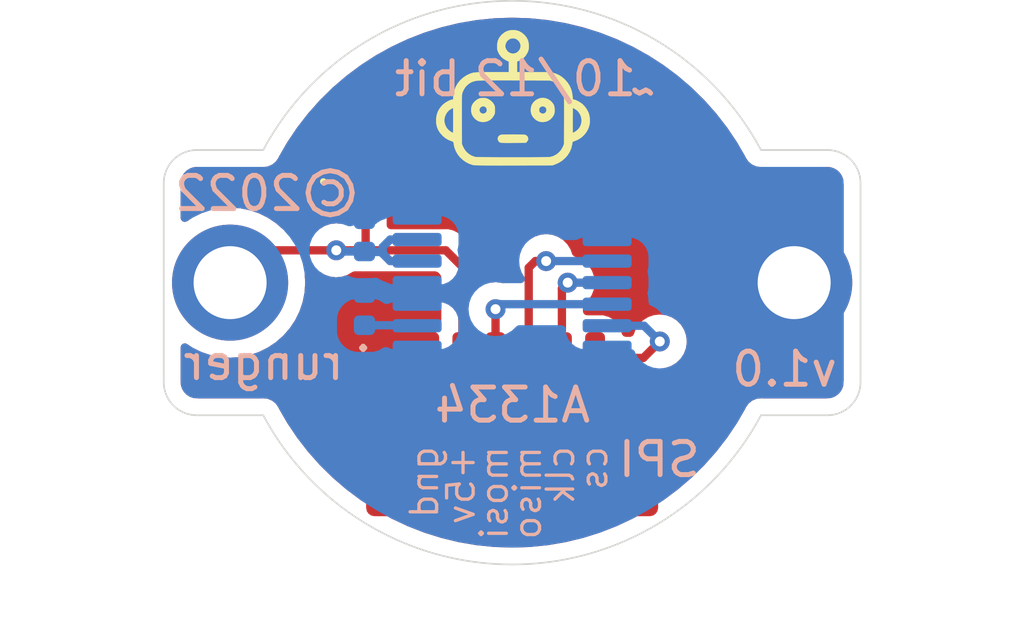
<source format=kicad_pcb>
(kicad_pcb (version 20211014) (generator pcbnew)
  (layers (0 "F.Cu" signal) (31 "B.Cu" signal) (34 "B.Paste" user) (35 "F.Paste" user) (36 "B.SilkS" user "B.Silkscreen") (37 "F.SilkS" user "F.Silkscreen") (38 "B.Mask" user) (39 "F.Mask" user) (44 "Edge.Cuts" user))
  (net 0 "")
  (net 1 "GND")
  (net 2 "VCC")
  (net 3 "Net-(D1-Pad1)")
  (net 4 "Net-(C1-Pad2)")
  (net 5 "/nCS")
  (net 6 "/SCK")
  (net 7 "/MISO")
  (net 8 "/MOSI")
  (footprint "MountingHole:MountingHole_2.2mm_M2_ISO7380_Pad" (layer "F.Cu") (at 121 75)
    (fp_text reference "H1")
    (fp_text value "MountingHole_Pad")
    (pad "1" thru_hole circle locked (at 0 0) (size 3.5 3.5) (drill 2.2) (layers *.Cu *.Mask) (net 2 "VCC"))
  )
  (footprint "Connector_JST:JST_SH_SM06B-SRSS-TB_1x06-1MP_P1.00mm_Horizontal" (layer "F.Cu") (at 129.5 79.27)
    (fp_text reference "J1")
    (fp_text value "Conn_01x06_MountingPin")
    (pad "1" smd roundrect locked (at -2.5 -2) (size 0.6 1.55) (layers "F.Cu" "F.Paste" "F.Mask") (net 1 "GND"))
    (pad "2" smd roundrect locked (at -1.5 -2) (size 0.6 1.55) (layers "F.Cu" "F.Paste" "F.Mask") (net 2 "VCC"))
    (pad "3" smd roundrect locked (at -0.5 -2) (size 0.6 1.55) (layers "F.Cu" "F.Paste" "F.Mask") (net 8 "/MOSI"))
    (pad "4" smd roundrect locked (at 0.5 -2) (size 0.6 1.55) (layers "F.Cu" "F.Paste" "F.Mask") (net 7 "/MISO"))
    (pad "5" smd roundrect locked (at 1.5 -2) (size 0.6 1.55) (layers "F.Cu" "F.Paste" "F.Mask") (net 6 "/SCK"))
    (pad "6" smd roundrect locked (at 2.5 -2) (size 0.6 1.55) (layers "F.Cu" "F.Paste" "F.Mask") (net 5 "/nCS"))
    (pad "MP" smd roundrect locked (at -3.8 1.875) (size 1.2 1.8) (layers "F.Cu" "F.Paste" "F.Mask") (roundrect_rratio 0.2083333333) (net 1 "GND"))
    (pad "MP" smd roundrect locked (at 3.8 1.875) (size 1.2 1.8) (layers "F.Cu" "F.Paste" "F.Mask") (roundrect_rratio 0.2083333333) (net 1 "GND"))
  )
  (footprint "Resistor_SMD:R_0402_1005Metric" (layer "F.Cu") (at 124.9 70.9)
    (fp_text reference "R1")
    (fp_text value "1k")
    (pad "1" smd roundrect locked (at -0.485 0) (size 0.59 0.64) (layers "F.Cu" "F.Paste" "F.Mask") (net 3 "Net-(D1-Pad1)"))
    (pad "2" smd roundrect locked (at 0.485 0) (size 0.59 0.64) (layers "F.Cu" "F.Paste" "F.Mask") (net 1 "GND"))
  )
  (footprint "LED_SMD:LED_0402_1005Metric" (layer "F.Cu") (at 124.9 71.95)
    (fp_text reference "D1")
    (fp_text value "green")
    (fp_circle (center -1.09 0) (end -1.04 0) (layer "F.SilkS") (width 0.1) (fill none))
    (pad "1" smd roundrect locked (at -0.485 0) (size 0.59 0.64) (layers "F.Cu" "F.Paste" "F.Mask") (net 3 "Net-(D1-Pad1)"))
    (pad "2" smd roundrect locked (at 0.485 0) (size 0.59 0.64) (layers "F.Cu" "F.Paste" "F.Mask") (net 2 "VCC"))
  )
  (footprint "MountingHole:MountingHole_2.2mm_M2_ISO7380_Pad" (layer "F.Cu") (at 138 75)
    (fp_text reference "H2")
    (fp_text value "MountingHole_Pad")
    (pad "1" thru_hole circle locked (at 0 0) (size 3.5 3.5) (drill 2.2) (layers *.Cu *.Mask) (net 1 "GND"))
  )
  (footprint "runger:Robo_logo2" (layer "F.Cu") (at 129.525 69.425)
    (fp_text reference "L1" hide)
    (fp_text value "Robo_Logo" hide)
    (fp_poly (pts (xy 0.097813 -2.033273) (xy 0.186492 -2.006246) (xy 0.268214 -1.96053) (xy 0.34422 -1.895576) (xy 0.353277 -1.886187) (xy 0.40812 -1.817965) (xy 0.44613 -1.745631) (xy 0.4685 -1.665749) (xy 0.476428 -1.574883) (xy 0.475802 -1.534168) (xy 0.473144 -1.485324) (xy 0.468585 -1.449197) (xy 0.460295 -1.418185) (xy 0.446443 -1.384687) (xy 0.433155 -1.3571) (xy 0.38195 -1.273063) (xy 0.318455 -1.204615) (xy 0.240771 -1.149882) (xy 0.203514 -1.13056) (xy 0.122471 -1.0922) (xy 0.122195 -0.93218) (xy 0.12192 -0.77216) (xy 0.61722 -0.771984) (xy 0.739095 -0.77186) (xy 0.842638 -0.771477) (xy 0.929835 -0.770681) (xy 1.002672 -0.769317) (xy 1.063137 -0.767231) (xy 1.113215 -0.764267) (xy 1.154894 -0.760272) (xy 1.19016 -0.755089) (xy 1.221001 -0.748566) (xy 1.249402 -0.740546) (xy 1.277351 -0.730876) (xy 1.306834 -0.719399) (xy 1.310281 -0.71801) (xy 1.397129 -0.677159) (xy 1.47441 -0.627391) (xy 1.549244 -0.563975) (xy 1.565153 -0.54864) (xy 1.64756 -0.454337) (xy 1.711593 -0.351364) (xy 1.751969 -0.255855) (xy 1.769983 -0.192551) (xy 1.784764 -0.121009) (xy 1.794734 -0.05026) (xy 1.79832 0.009764) (xy 1.799879 0.035382) (xy 1.808524 0.047841) (xy 1.830203 0.05427) (xy 1.83642 0.055422) (xy 1.883138 0.069054) (xy 1.938766 0.093237) (xy 1.997289 0.12473) (xy 2.052698 0.160289) (xy 2.098981 0.196672) (xy 2.100044 0.197632) (xy 2.166196 0.267786) (xy 2.224251 0.349103) (xy 2.269513 0.43461) (xy 2.283777 0.47065) (xy 2.302854 0.544344) (xy 2.313502 0.62867) (xy 2.315313 0.715594) (xy 2.307882 0.797078) (xy 2.301839 0.82804) (xy 2.267383 0.931737) (xy 2.21538 1.028275) (xy 2.148023 1.115306) (xy 2.067506 1.190481) (xy 1.976023 1.251453) (xy 1.875768 1.295873) (xy 1.859849 1.301043) (xy 1.828188 1.312774) (xy 1.805002 1.324939) (xy 1.797128 1.332267) (xy 1.792292 1.348767) (xy 1.786004 1.37906) (xy 1.779571 1.416808) (xy 1.779154 1.419531) (xy 1.752587 1.528373) (xy 1.707662 1.632248) (xy 1.646122 1.729159) (xy 1.569712 1.817109) (xy 1.480174 1.8941) (xy 1.379254 1.958136) (xy 1.268694 2.007217) (xy 1.26492 2.008553) (xy 1.18364 2.03708) (xy 0.0254 2.038938) (xy -0.160295 2.039194) (xy -0.326694 2.039328) (xy -0.474822 2.03933) (xy -0.605704 2.039191) (xy -0.720364 2.0389) (xy -0.819827 2.038449) (xy -0.905117 2.037826) (xy -0.977259 2.037023) (xy -1.037276 2.036031) (xy -1.086194 2.034838) (xy -1.125037 2.033435) (xy -1.15483 2.031814) (xy -1.176596 2.029963) (xy -1.191361 2.027873) (xy -1.1938 2.027374) (xy -1.304486 1.993291) (xy -1.408518 1.942326) (xy -1.503918 1.876537) (xy -1.588705 1.797979) (xy -1.660899 1.708708) (xy -1.718521 1.610779) (xy -1.75959 1.50625) (xy -1.779155 1.419531) (xy -1.78555 1.381502) (xy -1.79189 1.35049) (xy -1.796869 1.332833) (xy -1.797129 1.332267) (xy -1.810012 1.321823) (xy -1.836099 1.309459) (xy -1.85985 1.301043) (xy -1.949042 1.26608) (xy -2.030205 1.217852) (xy -2.108185 1.153335) (xy -2.128746 1.13331) (xy -2.202097 1.048655) (xy -2.25641 0.959996) (xy -2.292558 0.865054) (xy -2.311415 0.76155) (xy -2.313737 0.661106) (xy -2.069701 0.661106) (xy -2.064993 0.741119) (xy -2.064803 0.742151) (xy -2.039303 0.831107) (xy -1.998459 0.908416) (xy -1.952029 0.963925) (xy -1.920202 0.991581) (xy -1.88405 1.017948) (xy -1.848823 1.039695) (xy -1.819771 1.05349) (xy -1.80594 1.056631) (xy -1.804215 1.046846) (xy -1.802626 1.018977) (xy -1.801219 0.975261) (xy -1.80004 0.917932) (xy -1.799134 0.849229) (xy -1.798546 0.771386) (xy -1.798321 0.68664) (xy -1.79832 0.68072) (xy -1.798462 0.595587) (xy -1.798863 0.517207) (xy -1.799493 0.447814) (xy -1.80032 0.389645) (xy -1.800338 0.388824) (xy -1.54274 0.388824) (xy -1.542529 0.535018) (xy -1.542104 0.666108) (xy -1.53924 1.397) (xy -1.515308 1.456336) (xy -1.467107 1.550437) (xy -1.404381 1.631517) (xy -1.328757 1.698202) (xy -1.241861 1.749117) (xy -1.14532 1.782889) (xy -1.12268 1.787936) (xy -1.10573 1.789301) (xy -1.070106 1.790558) (xy -1.017456 1.791708) (xy -0.949427 1.792749) (xy -0.867665 1.793681) (xy -0.773818 1.794502) (xy -0.669531 1.795214) (xy -0.556453 1.795814) (xy -0.436228 1.796302) (xy -0.310505 1.796677) (xy -0.180931 1.79694) (xy -0.049151 1.797088) (xy 0.083187 1.797122) (xy 0.214437 1.797041) (xy 0.342951 1.796844) (xy 0.467084 1.79653) (xy 0.585187 1.796099) (xy 0.695615 1.79555) (xy 0.796721 1.794883) (xy 0.886857 1.794096) (xy 0.964377 1.793189) (xy 1.027635 1.792162) (xy 1.074983 1.791014) (xy 1.104775 1.789744) (xy 1.114014 1.788839) (xy 1.21477 1.759864) (xy 1.305507 1.713636) (xy 1.384854 1.651291) (xy 1.451441 1.573965) (xy 1.503899 1.482793) (xy 1.515307 1.456336) (xy 1.53924 1.397) (xy 1.542068 0.674918) (xy 1.79832 0.674918) (xy 1.79832 1.058009) (xy 1.82118 1.051365) (xy 1.841503 1.042282) (xy 1.871333 1.025356) (xy 1.898977 1.007702) (xy 1.964323 0.952274) (xy 2.014104 0.88628) (xy 2.048092 0.812482) (xy 2.06606 0.733646) (xy 2.06778 0.652533) (xy 2.053025 0.571909) (xy 2.021565 0.494536) (xy 1.973174 0.423177) (xy 1.949301 0.397211) (xy 1.923071 0.374374) (xy 1.890114 0.35027) (xy 1.855868 0.328353) (xy 1.82577 0.312075) (xy 1.80526 0.304887) (xy 1.803737 0.3048) (xy 1.802511 0.314587) (xy 1.801383 0.34246) (xy 1.800383 0.386185) (xy 1.799545 0.443528) (xy 1.7989 0.512253) (xy 1.798481 0.590128) (xy 1.79832 0.674918) (xy 1.542068 0.674918) (xy 1.542103 0.666108) (xy 1.542599 0.497897) (xy 1.54269 0.349966) (xy 1.542376 0.22228) (xy 1.541655 0.114804) (xy 1.540528 0.027501) (xy 1.538994 -0.039662) (xy 1.537053 -0.086723) (xy 1.534705 -0.113716) (xy 1.534153 -0.116872) (xy 1.505381 -0.206853) (xy 1.458852 -0.290619) (xy 1.396771 -0.365731) (xy 1.321347 -0.429749) (xy 1.234787 -0.480235) (xy 1.187567 -0.499805) (xy 1.12268 -0.52324) (xy 0.06096 -0.52619) (xy -0.121935 -0.526594) (xy -0.291295 -0.526757) (xy -0.446409 -0.526683) (xy -0.586564 -0.526377) (xy -0.71105 -0.525842) (xy -0.819155 -0.525084) (xy -0.910166 -0.524108) (xy -0.983372 -0.522917) (xy -1.038061 -0.521516) (xy -1.073521 -0.519909) (xy -1.084301 -0.518973) (xy -1.179842 -0.499897) (xy -1.264409 -0.466246) (xy -1.342058 -0.415999) (xy -1.405094 -0.359298) (xy -1.448956 -0.305335) (xy -1.488414 -0.239423) (xy -1.518989 -0.169931) (xy -1.533737 -0.11888) (xy -1.536183 -0.098098) (xy -1.538233 -0.060901) (xy -1.539893 -0.006788) (xy -1.541168 0.06474) (xy -1.542064 0.154185) (xy -1.542586 0.262046) (xy -1.54274 0.388824) (xy -1.800338 0.388824) (xy -1.80131 0.344937) (xy -1.802432 0.315925) (xy -1.803653 0.304846) (xy -1.803738 0.3048) (xy -1.815097 0.30903) (xy -1.838533 0.319909) (xy -1.858339 0.329722) (xy -1.925864 0.37472) (xy -1.982583 0.433994) (xy -2.026675 0.503907) (xy -2.056322 0.580823) (xy -2.069701 0.661106) (xy -2.313737 0.661106) (xy -2.313989 0.65024) (xy -2.300325 0.536454) (xy -2.269047 0.432407) (xy -2.219626 0.336961) (xy -2.151529 0.248981) (xy -2.104251 0.201827) (xy -2.055759 0.162847) (xy -1.998681 0.125465) (xy -1.938894 0.092906) (xy -1.882278 0.068396) (xy -1.837853 0.055691) (xy -1.801186 0.049076) (xy -1.794474 -0.038236) (xy -1.781416 -0.144723) (xy -1.758995 -0.238269) (xy -1.727587 -0.320816) (xy -1.668331 -0.427322) (xy -1.592792 -0.523024) (xy -1.502942 -0.606046) (xy -1.400753 -0.674511) (xy -1.310282 -0.71801) (xy -1.280506 -0.729696) (xy -1.252485 -0.739559) (xy -1.224232 -0.747754) (xy -1.19376 -0.754436) (xy -1.159082 -0.759759) (xy -1.118211 -0.763878) (xy -1.069161 -0.766948) (xy -1.009945 -0.769124) (xy -0.938576 -0.77056) (xy -0.853068 -0.771412) (xy -0.751434 -0.771833) (xy -0.631687 -0.771978) (xy -0.61722 -0.771984) (xy -0.12192 -0.77216) (xy -0.122472 -1.0922) (xy -0.203515 -1.13056) (xy -0.287715 -1.1801) (xy -0.356929 -1.242569) (xy -0.413057 -1.31984) (xy -0.433156 -1.3571) (xy -0.451754 -1.39651) (xy -0.463563 -1.428344) (xy -0.470417 -1.460207) (xy -0.474144 -1.499698) (xy -0.475803 -1.534168) (xy -0.47547 -1.54385) (xy -0.232207 -1.54385) (xy -0.226704 -1.511201) (xy -0.212015 -1.473437) (xy -0.210775 -1.470716) (xy -0.173627 -1.411857) (xy -0.1245 -1.368254) (xy -0.06612 -1.341137) (xy -0.001214 -1.331737) (xy 0.067493 -1.341287) (xy 0.072558 -1.342752) (xy 0.124102 -1.367849) (xy 0.170263 -1.408459) (xy 0.20593 -1.459777) (xy 0.213119 -1.474894) (xy 0.230063 -1.538334) (xy 0.228163 -1.602024) (xy 0.20856 -1.662537) (xy 0.172395 -1.716447) (xy 0.120809 -1.760327) (xy 0.117368 -1.762492) (xy 0.085246 -1.780217) (xy 0.056158 -1.789549) (xy 0.020627 -1.792969) (xy 0 -1.79324) (xy -0.041527 -1.791671) (xy -0.072343 -1.785309) (xy -0.101926 -1.77167) (xy -0.117369 -1.762492) (xy -0.170455 -1.718251) (xy -0.208183 -1.661915) (xy -0.228624 -1.596556) (xy -0.230486 -1.5825) (xy -0.232207 -1.54385) (xy -0.47547 -1.54385) (xy -0.472336 -1.634808) (xy -0.452825 -1.724048) (xy -0.416505 -1.803885) (xy -0.362609 -1.876319) (xy -0.332953 -1.906526) (xy -0.257649 -1.967521) (xy -0.179661 -2.009557) (xy -0.095663 -2.033983) (xy -0.002332 -2.042152) (xy 0.000938 -2.042161) (xy 0.097813 -2.033273)) (layer "F.SilkS") (width 0.01) (fill solid))
    (fp_poly (pts (xy 0.986438 0.014923) (xy 1.060362 0.044017) (xy 1.127592 0.088719) (xy 1.161498 0.120766) (xy 1.203048 0.170304) (xy 1.230682 0.217184) (xy 1.246804 0.267721) (xy 1.253812 0.328229) (xy 1.254653 0.36576) (xy 1.253911 0.414946) (xy 1.250751 0.450757) (xy 1.243964 0.480101) (xy 1.232341 0.509888) (xy 1.22763 0.520156) (xy 1.185181 0.58825) (xy 1.127574 0.647261) (xy 1.059504 0.692457) (xy 1.054096 0.695163) (xy 0.994477 0.716172) (xy 0.926104 0.727373) (xy 0.857164 0.728111) (xy 0.795845 0.717726) (xy 0.79116 0.716282) (xy 0.717714 0.682449) (xy 0.651949 0.632363) (xy 0.597684 0.569722) (xy 0.558734 0.498223) (xy 0.55447 0.487022) (xy 0.541188 0.427663) (xy 0.538719 0.364108) (xy 0.7874 0.364108) (xy 0.790132 0.400703) (xy 0.800213 0.426279) (xy 0.81224 0.441364) (xy 0.849739 0.468228) (xy 0.893251 0.479195) (xy 0.93707 0.473905) (xy 0.975492 0.451998) (xy 0.975831 0.451693) (xy 1.001822 0.416117) (xy 1.012073 0.374572) (xy 1.007006 0.33252) (xy 0.987043 0.295425) (xy 0.962106 0.273872) (xy 0.915745 0.255793) (xy 0.870018 0.257052) (xy 0.828082 0.277431) (xy 0.82058 0.283646) (xy 0.800035 0.304795) (xy 0.79026 0.325783) (xy 0.787457 0.355817) (xy 0.7874 0.364108) (xy 0.538719 0.364108) (xy 0.53853 0.359264) (xy 0.545973 0.289777) (xy 0.562998 0.227152) (xy 0.572955 0.204665) (xy 0.620513 0.133516) (xy 0.682451 0.076017) (xy 0.756986 0.033504) (xy 0.834304 0.008956) (xy 0.90977 0.002786) (xy 0.986438 0.014923)) (layer "F.SilkS") (width 0.01) (fill solid))
    (fp_poly (pts (xy -0.852964 0.006741) (xy -0.817725 0.011646) (xy -0.784163 0.022321) (xy -0.750304 0.037274) (xy -0.673759 0.083754) (xy -0.612127 0.14399) (xy -0.571847 0.205393) (xy -0.558897 0.231799) (xy -0.55062 0.255572) (xy -0.54599 0.282534) (xy -0.54398 0.318509) (xy -0.54356 0.36576) (xy -0.54392 0.414476) (xy -0.545819 0.448904) (xy -0.550486 0.475073) (xy -0.559149 0.499011) (xy -0.573038 0.526749) (xy -0.578408 0.536712) (xy -0.627833 0.608228) (xy -0.689348 0.664085) (xy -0.761289 0.703224) (xy -0.841998 0.724585) (xy -0.878285 0.728009) (xy -0.922977 0.727777) (xy -0.96726 0.723815) (xy -0.996902 0.718102) (xy -1.071873 0.6867) (xy -1.138466 0.638469) (xy -1.193765 0.576147) (xy -1.234861 0.502475) (xy -1.240146 0.489229) (xy -1.254921 0.428174) (xy -1.257529 0.379922) (xy -1.011775 0.379922) (xy -1.000461 0.419396) (xy -0.976344 0.450614) (xy -0.942976 0.471496) (xy -0.903905 0.479966) (xy -0.862681 0.473947) (xy -0.822855 0.45136) (xy -0.816409 0.445657) (xy -0.792327 0.410916) (xy -0.784475 0.37133) (xy -0.79105 0.331419) (xy -0.810248 0.295701) (xy -0.840265 0.268694) (xy -0.879298 0.254916) (xy -0.892911 0.254037) (xy -0.940383 0.262888) (xy -0.978565 0.287515) (xy -1.003588 0.325192) (xy -1.006738 0.334267) (xy -1.011775 0.379922) (xy -1.257529 0.379922) (xy -1.258686 0.358539) (xy -1.251704 0.288652) (xy -1.234236 0.226841) (xy -1.231721 0.220972) (xy -1.197754 0.164248) (xy -1.14968 0.109757) (xy -1.093386 0.063333) (xy -1.04366 0.034658) (xy -1.004496 0.018692) (xy -0.969085 0.009806) (xy -0.928075 0.006124) (xy -0.89916 0.005634) (xy -0.852964 0.006741)) (layer "F.SilkS") (width 0.01) (fill solid))
    (fp_poly (pts (xy 0.109648 1.108074) (xy 0.181977 1.108995) (xy 0.246828 1.110394) (xy 0.301111 1.112273) (xy 0.34174 1.11463) (xy 0.365625 1.117466) (xy 0.367646 1.117953) (xy 0.411414 1.139753) (xy 0.441917 1.175255) (xy 0.456393 1.220837) (xy 0.4572 1.235368) (xy 0.454299 1.267576) (xy 0.442839 1.293313) (xy 0.42243 1.318409) (xy 0.38766 1.35636) (xy 0.01349 1.358862) (xy -0.086109 1.359423) (xy -0.167411 1.359599) (xy -0.232438 1.359326) (xy -0.283212 1.35854) (xy -0.321753 1.357174) (xy -0.350083 1.355164) (xy -0.370224 1.352446) (xy -0.384195 1.348955) (xy -0.391682 1.34587) (xy -0.427256 1.31781) (xy -0.449564 1.279059) (xy -0.457458 1.23505) (xy -0.449786 1.191222) (xy -0.431147 1.159316) (xy -0.403631 1.135638) (xy -0.3711 1.119007) (xy -0.367647 1.117953) (xy -0.34666 1.115042) (xy -0.308447 1.11261) (xy -0.256096 1.110656) (xy -0.192694 1.109182) (xy -0.121331 1.108186) (xy -0.045094 1.10767) (xy 0.032928 1.107633) (xy 0.109648 1.108074)) (layer "F.SilkS") (width 0.01) (fill solid))
  )
  (footprint "Package_SO:TSSOP-14_4.4x5mm_P0.65mm" (layer "B.Cu") (at 129.5 75)
    (fp_text reference "U1")
    (fp_text value "A1334")
    (pad "1" smd roundrect locked (at -2.8625 1.95) (size 1.475 0.4) (layers "B.Cu" "B.Paste" "B.Mask") (net 1 "GND"))
    (pad "2" smd roundrect locked (at -2.8625 1.3) (size 1.475 0.4) (layers "B.Cu" "B.Paste" "B.Mask") (net 4 "Net-(C1-Pad2)"))
    (pad "3" smd roundrect locked (at -2.8625 0.65) (size 1.475 0.4) (layers "B.Cu" "B.Paste" "B.Mask") (net 1 "GND"))
    (pad "4" smd roundrect locked (at -2.8625 0) (size 1.475 0.4) (layers "B.Cu" "B.Paste" "B.Mask") (net 1 "GND"))
    (pad "5" smd roundrect locked (at -2.8625 -0.65) (size 1.475 0.4) (layers "B.Cu" "B.Paste" "B.Mask") (net 2 "VCC"))
    (pad "6" smd roundrect locked (at -2.8625 -1.3) (size 1.475 0.4) (layers "B.Cu" "B.Paste" "B.Mask") (net 2 "VCC"))
    (pad "7" smd roundrect locked (at -2.8625 -1.95) (size 1.475 0.4) (layers "B.Cu" "B.Paste" "B.Mask") (net 1 "GND"))
    (pad "8" smd roundrect locked (at 2.8625 -1.95) (size 1.475 0.4) (layers "B.Cu" "B.Paste" "B.Mask") (net 1 "GND"))
    (pad "9" smd roundrect locked (at 2.8625 -1.3) (size 1.475 0.4) (layers "B.Cu" "B.Paste" "B.Mask") (net 1 "GND"))
    (pad "10" smd roundrect locked (at 2.8625 -0.65) (size 1.475 0.4) (layers "B.Cu" "B.Paste" "B.Mask") (net 7 "/MISO"))
    (pad "11" smd roundrect locked (at 2.8625 0) (size 1.475 0.4) (layers "B.Cu" "B.Paste" "B.Mask") (net 6 "/SCK"))
    (pad "12" smd roundrect locked (at 2.8625 0.65) (size 1.475 0.4) (layers "B.Cu" "B.Paste" "B.Mask") (net 8 "/MOSI"))
    (pad "13" smd roundrect locked (at 2.8625 1.3) (size 1.475 0.4) (layers "B.Cu" "B.Paste" "B.Mask") (net 5 "/nCS"))
    (pad "14" smd roundrect locked (at 2.8625 1.95) (size 1.475 0.4) (layers "B.Cu" "B.Paste" "B.Mask") (net 1 "GND"))
  )
  (footprint "Capacitor_SMD:C_0402_1005Metric" (layer "B.Cu") (at 125.05 75.8 -90)
    (fp_text reference "C1")
    (fp_text value "100nF 10V")
    (pad "1" smd roundrect locked (at -0.485 0 270) (size 0.59 0.64) (layers "B.Cu" "B.Paste" "B.Mask") (net 1 "GND"))
    (pad "2" smd roundrect locked (at 0.485 0 270) (size 0.59 0.64) (layers "B.Cu" "B.Paste" "B.Mask") (net 4 "Net-(C1-Pad2)"))
  )
  (footprint "Capacitor_SMD:C_0402_1005Metric" (layer "B.Cu") (at 125.05 73.575 -90)
    (fp_text reference "C2")
    (fp_text value "100nF 10V")
    (pad "1" smd roundrect locked (at -0.485 0 270) (size 0.59 0.64) (layers "B.Cu" "B.Paste" "B.Mask") (net 1 "GND"))
    (pad "2" smd roundrect locked (at 0.485 0 270) (size 0.59 0.64) (layers "B.Cu" "B.Paste" "B.Mask") (net 2 "VCC"))
  )
  (gr_arc (start 140 78) (mid 139.707107 78.707107) (end 139 79) (layer "Edge.Cuts") (width 0.05))
  (gr_arc (start 139 71) (mid 139.707107 71.292893) (end 140 72) (layer "Edge.Cuts") (width 0.05))
  (gr_arc (start 120 79) (mid 119.292893 78.707107) (end 119 78) (layer "Edge.Cuts") (width 0.05))
  (gr_arc (start 119 72) (mid 119.292893 71.292893) (end 120 71) (layer "Edge.Cuts") (width 0.05))
  (gr_line (start 120 79) (end 122 79) (layer "Edge.Cuts") (width 0.05))
  (gr_line (start 119 72) (end 119 78) (layer "Edge.Cuts") (width 0.05))
  (gr_line (start 122.000001 71.000001) (end 120 71) (layer "Edge.Cuts") (width 0.05))
  (gr_line (start 139 79) (end 136.999999 79.000001) (layer "Edge.Cuts") (width 0.05))
  (gr_line (start 140 72) (end 140 78) (layer "Edge.Cuts") (width 0.05))
  (gr_line (start 136.999999 71) (end 139 71) (layer "Edge.Cuts") (width 0.05))
  (gr_arc (start 136.999999 79.000001) (mid 129.499999 83.5) (end 122 78.999999) (layer "Edge.Cuts") (width 0.05))
  (gr_arc (start 122.000001 71.000001) (mid 129.5 66.500001) (end 136.999999 71) (layer "Edge.Cuts") (width 0.05))
  (gr_text "cs" (at 131.96 79.865 90) (layer "B.SilkS") (effects (font (size 0.8 0.8) (thickness 0.1)) (justify left mirror)))
  (gr_text "gnd" (at 126.86 79.865 90) (layer "B.SilkS") (effects (font (size 0.8 0.8) (thickness 0.1)) (justify left mirror)))
  (gr_text "+5v" (at 127.96 79.865 90) (layer "B.SilkS") (effects (font (size 0.8 0.8) (thickness 0.1)) (justify left mirror)))
  (gr_text "clk" (at 130.96 79.865 90) (layer "B.SilkS") (effects (font (size 0.8 0.8) (thickness 0.1)) (justify left mirror)))
  (gr_text "miso" (at 129.96 79.865 90) (layer "B.SilkS") (effects (font (size 0.8 0.8) (thickness 0.1)) (justify left mirror)))
  (gr_text "." (at 125.01 76.56) (layer "B.SilkS") (effects (font (size 1 1))))
  (gr_text "A1334" (at 129.51 78.693) (layer "B.SilkS") (effects (font (size 1 1)) (justify mirror)))
  (gr_text "mosi" (at 128.96 79.865 90) (layer "B.SilkS") (effects (font (size 0.8 0.8) (thickness 0.1)) (justify left mirror)))
  (gr_text "~" (at 133.41 69.21) (layer "B.SilkS") (effects (font (size 1 1)) (justify mirror)))
  (gr_text "©2022" (at 122.11 72.31) (layer "B.SilkS") (effects (font (size 1 1)) (justify mirror)))
  (gr_text "runger" (at 122.01 77.41) (layer "B.SilkS") (effects (font (size 1 1)) (justify mirror)))
  (gr_text "SPI" (at 133.935 80.335) (layer "B.SilkS") (effects (font (size 1 1)) (justify mirror)))
  (gr_text "10/12" (at 130.8 68.85) (layer "B.SilkS") (effects (font (size 1 1)) (justify mirror)))
  (gr_text "v1.0" (at 137.71 77.61) (layer "B.SilkS") (effects (font (size 1 1)) (justify mirror)))
  (gr_text "bit" (at 126.95 68.85) (layer "B.SilkS") (effects (font (size 1 1)) (justify mirror)))
  (segment (start 125.085 72.25) (end 125.385 71.95) (width 0.25) (layer "F.Cu") (net 2))
  (segment (start 124.2 74.025) (end 125.05 74.025) (width 0.25) (layer "F.Cu") (net 2))
  (segment (start 128 74.525) (end 128 77.27) (width 0.25) (layer "F.Cu") (net 2))
  (segment (start 125.05 74.025) (end 127.5 74.025) (width 0.25) (layer "F.Cu") (net 2))
  (segment (start 125.085 73.99) (end 125.085 72.25) (width 0.25) (layer "F.Cu") (net 2))
  (segment (start 124.2 74.025) (end 121.975 74.025) (width 0.25) (layer "F.Cu") (net 2))
  (segment (start 121.975 74.025) (end 121 75) (width 0.25) (layer "F.Cu") (net 2))
  (segment (start 125.05 74.025) (end 125.085 73.99) (width 0.25) (layer "F.Cu") (net 2))
  (segment (start 127.5 74.025) (end 128 74.525) (width 0.25) (layer "F.Cu") (net 2))
  (via (at 124.2 74.025) (size 0.6) (drill 0.3) (layers "F.Cu" "B.Cu") (net 2))
  (segment (start 125.065 74.075) (end 125.05 74.06) (width 0.25) (layer "B.Cu") (net 2))
  (segment (start 125.825 74.35) (end 125.6 74.125) (width 0.25) (layer "B.Cu") (net 2))
  (segment (start 124.235 74.06) (end 124.2 74.025) (width 0.25) (layer "B.Cu") (net 2))
  (segment (start 126.6375 73.7) (end 125.825 73.7) (width 0.25) (layer "B.Cu") (net 2))
  (segment (start 125.6 73.925) (end 125.6 74.075) (width 0.25) (layer "B.Cu") (net 2))
  (segment (start 125.05 74.06) (end 124.235 74.06) (width 0.25) (layer "B.Cu") (net 2))
  (segment (start 125.825 73.7) (end 125.6 73.925) (width 0.25) (layer "B.Cu") (net 2))
  (segment (start 125.6 74.125) (end 125.6 74.075) (width 0.25) (layer "B.Cu") (net 2))
  (segment (start 126.6375 74.35) (end 125.825 74.35) (width 0.25) (layer "B.Cu") (net 2))
  (segment (start 125.6 74.075) (end 125.065 74.075) (width 0.25) (layer "B.Cu") (net 2))
  (segment (start 124.415 71.95) (end 124.415 70.9) (width 0.25) (layer "F.Cu") (net 3))
  (segment (start 126.6225 76.285) (end 126.6375 76.3) (width 0.25) (layer "B.Cu") (net 4))
  (segment (start 125.05 76.285) (end 126.6225 76.285) (width 0.25) (layer "B.Cu") (net 4))
  (segment (start 133.455 77.27) (end 132 77.27) (width 0.25) (layer "F.Cu") (net 5))
  (segment (start 133.95 76.775) (end 133.455 77.27) (width 0.25) (layer "F.Cu") (net 5))
  (via (at 133.95 76.775) (size 0.6) (drill 0.3) (layers "F.Cu" "B.Cu") (net 5))
  (segment (start 133.475 76.3) (end 132.3625 76.3) (width 0.25) (layer "B.Cu") (net 5))
  (segment (start 133.95 76.775) (end 133.475 76.3) (width 0.25) (layer "B.Cu") (net 5))
  (segment (start 131 77.27) (end 131 75.175) (width 0.25) (layer "F.Cu") (net 6))
  (segment (start 131 75.175) (end 131.175 75) (width 0.25) (layer "F.Cu") (net 6))
  (via (at 131.175 75) (size 0.6) (drill 0.3) (layers "F.Cu" "B.Cu") (net 6))
  (segment (start 131.175 75) (end 132.3625 75) (width 0.25) (layer "B.Cu") (net 6))
  (segment (start 130.2 74.35) (end 130.525 74.35) (width 0.25) (layer "F.Cu") (net 7))
  (segment (start 130 77.27) (end 130 74.55) (width 0.25) (layer "F.Cu") (net 7))
  (segment (start 130 74.55) (end 130.2 74.35) (width 0.25) (layer "F.Cu") (net 7))
  (via (at 130.525 74.35) (size 0.6) (drill 0.3) (layers "F.Cu" "B.Cu") (net 7))
  (segment (start 130.525 74.35) (end 132.3625 74.35) (width 0.25) (layer "B.Cu") (net 7))
  (segment (start 129 75.8) (end 129 77.27) (width 0.25) (layer "F.Cu") (net 8))
  (via (at 129 75.8) (size 0.6) (drill 0.3) (layers "F.Cu" "B.Cu") (net 8))
  (segment (start 132.3625 75.65) (end 129.15 75.65) (width 0.25) (layer "B.Cu") (net 8))
  (segment (start 129.15 75.65) (end 129 75.8) (width 0.25) (layer "B.Cu") (net 8))
  (zone (net 1) (net_name "GND") (layer "F.Cu") (connect_pads yes (clearance 0.508)) (min_thickness 0.254) (fill yes (thermal_gap 0.508) (thermal_bridge_width 0.508))
    (polygon (pts (xy 140.02 83.57) (xy 119.02 83.57) (xy 119.02 66.52) (xy 140.02 66.52)))
  )
  (zone (net 1) (net_name "GND") (layer "B.Cu") (connect_pads yes (clearance 0.508)) (min_thickness 0.254) (fill yes (thermal_gap 0.508) (thermal_bridge_width 0.508))
    (polygon (pts (xy 140.02 83.57) (xy 119.02 83.57) (xy 119.02 66.52) (xy 140.02 66.52)))
  )
)
</source>
